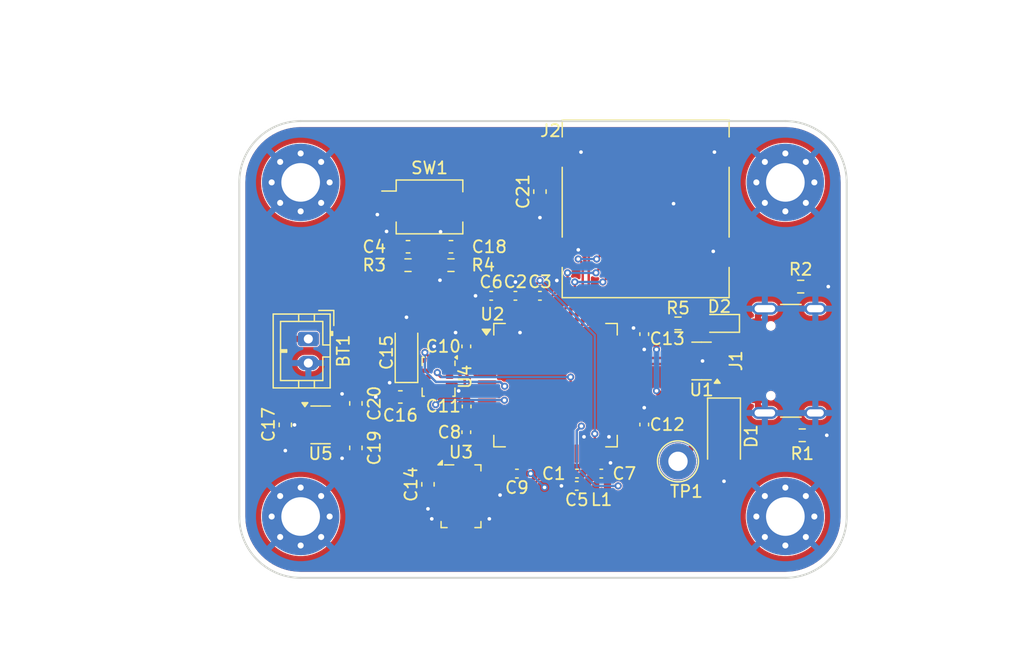
<source format=kicad_pcb>
(kicad_pcb (version 20241229) (generator "pcbnew") (generator_version "9.0")
  (layers (0 "F.Cu" signal) (2 "B.Cu" signal) (13 "F.Paste" user) (15 "B.Paste" user) (5 "F.SilkS" user "F.Silkscreen") (7 "B.SilkS" user "B.Silkscreen") (1 "F.Mask" user) (3 "B.Mask" user) (25 "Edge.Cuts" user))
  (net 0 "")
  (net 1 "/MCU/VDDSMPS")
  (net 2 "GNDD")
  (net 3 "+3.3V")
  (net 4 "/MCU/VDD11")
  (net 5 "/MCU/NRST")
  (net 6 "GNDA")
  (net 7 "/MCU/VDDA")
  (net 8 "/MCU/VBAT")
  (net 9 "/MCU/VDDUSB")
  (net 10 "Net-(BT1-+)")
  (net 11 "Net-(J1-D+-PadA6)")
  (net 13 "Net-(J1-CC1)")
  (net 14 "Net-(J1-D--PadA7)")
  (net 15 "Net-(J1-CC2)")
  (net 17 "/MCU/SD_DAT2")
  (net 18 "/MCU/SD_DAT3")
  (net 19 "/MCU/SD_CLK")
  (net 20 "/MCU/SD_DAT0")
  (net 21 "/MCU/SD_DAT1")
  (net 22 "/MCU/SD_CMD")
  (net 23 "Net-(U2-VLXSMPS)")
  (net 24 "/MCU/USB_DP")
  (net 25 "/MCU/USB_DN")
  (net 29 "Net-(U5-BP)")
  (net 31 "/MCU/BOOT0")
  (net 33 "/IMU Sensors/pres_mosi")
  (net 36 "/IMU Sensors/imu_int2")
  (net 53 "/IMU Sensors/imu_miso")
  (net 59 "/IMU Sensors/pres_miso")
  (net 60 "/IMU Sensors/imu_sclk")
  (net 61 "/IMU Sensors/pres_sclk")
  (net 63 "/IMU Sensors/imu_int1")
  (net 68 "/IMU Sensors/imu_mosi")
  (net 69 "Net-(D2-A)")
  (footprint "MountingHole:MountingHole_3.2mm_M3_Pad_Via" (layer "F.Cu") (at 160.528 84.836)
    (property "Reference" "H1" (hide yes))
    (property "Value" "MountingHole_Pad")
  )
  (footprint "Capacitor_SMD:C_0402_1005Metric" (layer "F.Cu") (at 134.112 77.851 -90)
    (property "Reference" "C8")
    (property "Value" "1uF")
  )
  (footprint "Resistor_SMD:R_0603_1608Metric_Pad0.98x0.95mm_HandSolder" (layer "F.Cu") (at 151.638 68.834)
    (property "Reference" "R5")
    (property "Value" "1k")
  )
  (footprint "Resistor_SMD:R_0603_1608Metric_Pad0.98x0.95mm_HandSolder" (layer "F.Cu") (at 129.286 64.008)
    (property "Reference" "R3")
    (property "Value" "10k")
  )
  (footprint "Capacitor_SMD:C_0603_1608Metric_Pad1.08x0.95mm_HandSolder" (layer "F.Cu") (at 124.968 75.4645 90)
    (property "Reference" "C20")
    (property "Value" "1uF")
  )
  (footprint "MountingHole:MountingHole_3.2mm_M3_Pad_Via" (layer "F.Cu") (at 120.396 57.15)
    (property "Reference" "H4" (hide yes))
    (property "Value" "MountingHole_Pad")
  )
  (footprint "Resistor_SMD:R_0603_1608Metric_Pad0.98x0.95mm_HandSolder" (layer "F.Cu") (at 161.925 78.105)
    (property "Reference" "R1")
    (property "Value" "5.1k")
  )
  (footprint "Capacitor_SMD:C_0402_1005Metric" (layer "F.Cu") (at 134.112 70.739 -90)
    (property "Reference" "C10")
    (property "Value" "100nF")
  )
  (footprint "Diode_SMD:D_SOD-128" (layer "F.Cu") (at 155.448 78.1812 -90)
    (property "Reference" "D1")
    (property "Value" "VS5V0UA1LAMTR")
  )
  (footprint "Capacitor_Tantalum_SMD:CP_EIA-3216-18_Kemet-A_Pad1.58x1.35mm_HandSolder" (layer "F.Cu") (at 129.159 71.247 90)
    (property "Reference" "C15")
    (property "Value" "10uF")
  )
  (footprint "Capacitor_SMD:C_0603_1608Metric_Pad1.08x0.95mm_HandSolder" (layer "F.Cu") (at 132.842 62.484 180)
    (property "Reference" "C18")
    (property "Value" "100nF")
  )
  (footprint "MountingHole:MountingHole_3.2mm_M3_Pad_Via" (layer "F.Cu") (at 120.396 84.836)
    (property "Reference" "H3" (hide yes))
    (property "Value" "MountingHole_Pad")
  )
  (footprint "Capacitor_SMD:C_0402_1005Metric" (layer "F.Cu") (at 143.281 81.277 180)
    (property "Reference" "C1")
    (property "Value" "10uF")
  )
  (footprint "Resistor_SMD:R_0603_1608Metric_Pad0.98x0.95mm_HandSolder" (layer "F.Cu") (at 132.842 64.008 180)
    (property "Reference" "R4")
    (property "Value" "10k")
  )
  (footprint "Capacitor_SMD:C_0603_1608Metric_Pad1.08x0.95mm_HandSolder" (layer "F.Cu") (at 130.937 82.169 -90)
    (property "Reference" "C14")
    (property "Value" "100nF")
  )
  (footprint "Package_LGA:LGA-14_3x2.5mm_P0.5mm_LayoutBorder3x4y" (layer "F.Cu") (at 131.814 73.2595 -90)
    (property "Reference" "U4")
    (property "Value" "LSM6DSL")
  )
  (footprint "Package_LGA:LGA-8_3x5mm_P1.25mm" (layer "F.Cu") (at 133.672 83.155)
    (property "Reference" "U3")
    (property "Value" "MS5607-02BA")
  )
  (footprint "MountingHole:MountingHole_3.2mm_M3_Pad_Via" (layer "F.Cu") (at 160.528 57.15)
    (property "Reference" "H2" (hide yes))
    (property "Value" "MountingHole_Pad")
  )
  (footprint "Capacitor_SMD:C_0603_1608Metric_Pad1.08x0.95mm_HandSolder" (layer "F.Cu") (at 140.208 57.912 -90)
    (property "Reference" "C21")
    (property "Value" "10u")
  )
  (footprint "TestPoint:TestPoint_Loop_D2.60mm_Drill1.6mm_Beaded" (layer "F.Cu") (at 151.638 80.264)
    (property "Reference" "TP1")
    (property "Value" "TestPoint")
  )
  (footprint "Capacitor_SMD:C_0402_1005Metric" (layer "F.Cu") (at 136.172 66.548 180)
    (property "Reference" "C6")
    (property "Value" "100nF")
  )
  (footprint "Capacitor_SMD:C_0402_1005Metric" (layer "F.Cu") (at 148.844 77.216 90)
    (property "Reference" "C12")
    (property "Value" "100nF")
  )
  (footprint "Connector_JST:JST_PH_B2B-PH-K_1x02_P2.00mm_Vertical" (layer "F.Cu") (at 121.031 70.12 -90)
    (property "Reference" "BT1")
    (property "Value" "Battery_Cell")
  )
  (footprint "Capacitor_SMD:C_0603_1608Metric_Pad1.08x0.95mm_HandSolder" (layer "F.Cu") (at 124.968 79.1475 -90)
    (property "Reference" "C19")
    (property "Value" "0.01uF")
  )
  (footprint "Connector_USB:USB_C_Receptacle_GCT_USB4105-xx-A_16P_TopMnt_Horizontal" (layer "F.Cu") (at 161.9356 71.9328 90)
    (property "Reference" "J1")
    (property "Value" "USB_C_Receptacle_USB2.0_16P")
  )
  (footprint "Resistor_SMD:R_0603_1608Metric_Pad0.98x0.95mm_HandSolder" (layer "F.Cu") (at 161.798 65.786)
    (property "Reference" "R2")
    (property "Value" "5.1k")
  )
  (footprint "Capacitor_SMD:C_0402_1005Metric" (layer "F.Cu") (at 134.137 75.717 90)
    (property "Reference" "C11")
    (property "Value" "100nF")
  )
  (footprint "Capacitor_SMD:C_0402_1005Metric" (layer "F.Cu") (at 143.256 82.296 180)
    (property "Reference" "C5")
    (property "Value" "100nF")
  )
  (footprint "Capacitor_SMD:C_0402_1005Metric" (layer "F.Cu") (at 140.208 66.548)
    (property "Reference" "C3")
    (property "Value" "2.2uF")
  )
  (footprint "Capacitor_SMD:C_0402_1005Metric" (layer "F.Cu") (at 138.303 81.28 180)
    (property "Reference" "C9")
    (property "Value" "100nF")
  )
  (footprint "Connector_Card:microSD_HC_Molex_47219-2001" (layer "F.Cu") (at 148.962 59.3405)
    (property "Reference" "J2")
    (property "Value" "Micro_SD_Card")
  )
  (footprint "Capacitor_SMD:C_0402_1005Metric" (layer "F.Cu") (at 145.288 81.28)
    (property "Reference" "C7")
    (property "Value" "2.2uF")
  )
  (footprint "LED_SMD:LED_0603_1608Metric_Pad1.05x0.95mm_HandSolder" (layer "F.Cu") (at 155.067 68.834 180)
    (property "Reference" "D2")
    (property "Value" "LED")
  )
  (footprint "Capacitor_SMD:C_0402_1005Metric" (layer "F.Cu") (at 138.176 66.548)
    (property "Reference" "C2")
    (property "Value" "10uF")
  )
  (footprint "Button_Switch_SMD:SW_DIP_SPSTx02_Slide_KingTek_DSHP02TJ_W5.25mm_P1.27mm_JPin" (layer "F.Cu") (at 131.064 59.182)
    (property "Reference" "SW1")
    (property "Value" "SW_DPST")
  )
  (footprint "Capacitor_SMD:C_0603_1608Metric_Pad1.08x0.95mm_HandSolder" (layer "F.Cu") (at 119.126 77.2425 -90)
    (property "Reference" "C17")
    (property "Value" "1uF")
  )
  (footprint "Capacitor_SMD:C_0603_1608Metric_Pad1.08x0.95mm_HandSolder" (layer "F.Cu") (at 128.651 74.93 180)
    (property "Reference" "C16")
    (property "Value" "100nF")
  )
  (footprint "Package_TO_SOT_SMD:SOT-23-5" (layer "F.Cu") (at 122.047 77.2425)
    (property "Reference" "U5")
    (property "Value" "TC2185-3.3VxCTTR")
  )
  (footprint "Capacitor_SMD:C_0603_1608Metric_Pad1.08x0.95mm_HandSolder" (layer "F.Cu") (at 129.286 62.484)
    (property "Reference" "C4")
    (property "Value" "100nF")
  )
  (footprint "Package_TO_SOT_SMD:SOT-23-6" (layer "F.Cu") (at 153.5883 71.948 180)
    (property "Reference" "U1")
    (property "Value" "USBLC6-2SC6")
  )
  (footprint "Inductor_SMD:L_0402_1005Metric" (layer "F.Cu") (at 145.311 82.296)
    (property "Reference" "L1")
    (property "Value" "2.2uH")
  )
  (footprint "Package_QFP:LQFP-64_10x10mm_P0.5mm" (layer "F.Cu") (at 141.499 73.951)
    (property "Reference" "U2")
    (property "Value" "STM32U545RETxQ")
  )
  (footprint "Capacitor_SMD:C_0402_1005Metric" (layer "F.Cu") (at 148.844 69.723 90)
    (property "Reference" "C13")
    (property "Value" "100nF")
  )
  (gr_line (start 160.528 52.069998) (end 120.396002 52.069998) (stroke (width 0.16)) (layer "Edge.Cuts"))
  (gr_arc (start 115.316 57.15) (mid 116.803898 53.557896) (end 120.396002 52.069998) (stroke (width 0.16)) (layer "Edge.Cuts"))
  (gr_line (start 115.316 57.15) (end 115.316 84.836) (stroke (width 0.16)) (layer "Edge.Cuts"))
  (gr_line (start 120.396002 89.916002) (end 160.528 89.916002) (stroke (width 0.16)) (layer "Edge.Cuts"))
  (gr_line (start 165.608002 84.836) (end 165.608002 57.15) (stroke (width 0.16)) (layer "Edge.Cuts"))
  (gr_arc (start 160.528 52.069998) (mid 164.120104 53.557896) (end 165.608002 57.15) (stroke (width 0.16)) (layer "Edge.Cuts"))
  (gr_arc (start 165.608002 84.836) (mid 164.120104 88.428104) (end 160.528 89.916002) (stroke (width 0.16)) (layer "Edge.Cuts"))
  (gr_arc (start 120.396002 89.916002) (mid 116.803898 88.428104) (end 115.316 84.836) (stroke (width 0.16)) (layer "Edge.Cuts"))
  (segment (start 143.761 79.638) (end 143.749 79.626) (width 0.2) (layer "F.Cu") (net 1))
  (segment (start 143.736 81.302) (end 143.761 81.277) (width 0.2) (layer "F.Cu") (net 1))
  (segment (start 143.749 79.626) (end 143.749 81.265) (width 0.2) (layer "F.Cu") (net 1))
  (segment (start 143.736 82.296) (end 143.736 81.302) (width 0.2) (layer "F.Cu") (net 1))
  (segment (start 143.749 81.265) (end 143.761 81.277) (width 0.2) (layer "F.Cu") (net 1))
  (segment (start 158.2556 75.6778) (end 158.8306 76.2528) (width 0.508) (layer "F.Cu") (net 2))
  (segment (start 136.906 83.058) (end 137.823 82.141) (width 0.2) (layer "F.Cu") (net 2))
  (segment (start 145.923 78.232) (end 145.542 78.232) (width 0.2) (layer "F.Cu") (net 2))
  (segment (start 128.439 59.817) (end 126.746 59.817) (width 0.2) (layer "F.Cu") (net 2))
  (segment (start 131.4715 83.0315) (end 131.973 82.53) (width 0.2) (layer "F.Cu") (net 2))
  (segment (start 158.2556 75.1328) (end 158.2556 75.6778) (width 0.508) (layer "F.Cu") (net 2))
  (segment (start 141.605 65.278) (end 141.605 66.167) (width 0.2) (layer "F.Cu") (net 2))
  (segment (start 141.605 66.167) (end 141.224 66.548) (width 0.2) (layer "F.Cu") (net 2))
  (segment (start 162.7105 65.786) (end 164.084 65.786) (width 0.2) (layer "F.Cu") (net 2))
  (segment (start 153.67 71.948) (end 153.609 71.948) (width 0.2) (layer "F.Cu") (net 2))
  (segment (start 127.762 73.74918) (end 127.77232 73.7595) (width 0.2) (layer "F.Cu") (net 2))
  (segment (start 141.224 66.548) (end 140.688 66.548) (width 0.2) (layer "F.Cu") (net 2))
  (segment (start 120.9095 77.2425) (end 119.888 77.2425) (width 0.2) (layer "F.Cu") (net 2))
  (segment (start 138.249 68.276) (end 138.249 69.288) (width 0.2) (layer "F.Cu") (net 2))
  (segment (start 145.768 81.28) (end 145.768 80.673) (width 0.2) (layer "F.Cu") (net 2))
  (segment (start 158.2556 68.1878) (end 158.8306 67.6128) (width 0.508) (layer "F.Cu") (net 2))
  (segment (start 134.747 85.03) (end 132.597 85.03) (width 0.2) (layer "F.Cu") (net 2))
  (segment (start 138.656 65.885) (end 138.176 65.405) (width 0.2) (layer "F.Cu") (net 2))
  (segment (start 142.801 82.271) (end 142.776 82.296) (width 0.2) (layer "F.Cu") (net 2))
  (segment (start 133.477 74.422) (end 133.477 74.041) (width 0.2) (layer "F.Cu") (net 2))
  (segment (start 148.816 69.215) (end 148.844 69.243) (width 0.2) (layer "F.Cu") (net 2))
  (segment (start 155.942 68.834) (end 158.1544 68.834) (width 0.2) (layer "F.Cu") (net 2))
  (segment (start 148.844 76.736) (end 148.844 75.819) (width 0.2) (layer "F.Cu") (net 2))
  (segment (start 131.9795 62.484) (end 131.9795 63.958) (width 0.2) (layer "F.Cu") (net 2))
  (segment (start 124.894 74.676) (end 124.968 74.602) (width 0.2) (layer "F.Cu") (net 2))
  (segment (start 123.825 80.01) (end 124.968 80.01) (width 0.2) (layer "F.Cu") (net 2))
  (segment (start 128.016 61.214) (end 128.4235 61.6215) (width 0.2) (layer "F.Cu") (net 2))
  (segment (start 147.174 70.701) (end 148.044 70.701) (width 0.2) (layer "F.Cu") (net 2))
  (segment (start 134.112 71.219) (end 133.5081 71.219) (width 0.2) (layer "F.Cu") (net 2))
  (segment (start 142.776 82.296) (end 141.986 82.296) (width 0.2) (layer "F.Cu") (net 2))
  (segment (start 162.8375 78.105) (end 163.957 78.105) (width 0.2) (layer "F.Cu") (net 2))
  (segment (start 119.126 78.105) (end 119.126 79.375) (width 0.2) (layer "F.Cu") (net 2))
  (segment (start 127.7885 74.93) (end 126.619 74.93) (width 0.2) (layer "F.Cu") (net 2))
  (segment (start 145.249 78.525) (end 145.249 79.626) (width 0.2) (layer "F.Cu") (net 2))
  (segment (start 145.768 80.673) (end 146.05 80.391) (width 0.2) (layer "F.Cu") (net 2))
  (segment (start 132.597 85.03) (end 131.251 85.03) (width 0.2) (layer "F.Cu") (net 2))
  (segment (start 140.208 58.7745) (end 140.208 60.071) (width 0.2) (layer "F.Cu") (net 2))
  (segment (start 137.823 80.871) (end 137.823 81.28) (width 0.2) (layer "F.Cu") (net 2))
  (segment (start 130.9015 73.2595) (end 130.9015 73.7595) (width 0.2) (layer "F.Cu") (net 2))
  (segment (start 148.044 70.701) (end 148.336 70.993) (width 0.2) (layer "F.Cu") (net 2))
  (segment (start 129.159 69.8095) (end 129.159 68.326) (width 0.2) (layer "F.Cu") (net 2))
  (segment (start 133.223 70.9339) (end 133.223 69.596) (width 0.2) (layer "F.Cu") (net 2))
  (segment (start 138.656 66.548) (end 138.656 65.885) (width 0.2) (layer "F.Cu") (net 2))
  (segment (start 131.973 82.53) (end 132.597 82.53) (width 0.2) (layer "F.Cu") (net 2))
  (segment (start 155.448 80.3812) (end 155.448 81.915) (width 0.2) (layer "F.Cu") (net 2))
  (segment (start 148.336 70.993) (end 148.844 70.993) (width 0.2) (layer "F.Cu") (net 2))
  (segment (start 145.542 78.232) (end 145.249 78.525) (width 0.2) (layer "F.Cu") (net 2))
  (segment (start 131.445 71.39) (end 131.564 71.509) (width 0.2) (layer "F.Cu") (net 2))
  (segment (start 135.692 66.548) (end 134.874 66.548) (width 0.2) (layer "F.Cu") (net 2))
  (segment (start 133.1955 73.7595) (end 132.7265 73.7595) (width 0.2) (layer "F.Cu") (net 2))
  (segment (start 132.064 72.097) (end 131.564 72.097) (width 0.2) (layer "F.Cu") (net 2))
  (segment (start 142.801 81.277) (end 142.801 82.271) (width 0.2) (layer "F.Cu") (net 2))
  (segment (start 131.445 70.739) (end 131.445 71.39) (width 0.2) (layer "F.Cu") (net 2))
  (segment (start 138.249 69.288) (end 138.557 69.596) (width 0.2) (layer "F.Cu") (net 2))
  (segment (start 131.9795 62.484) (end 131.9795 61.2405) (width 0.2) (layer "F.Cu") (net 2))
  (segment (start 123.825 74.676) (end 124.894 74.676) (width 0.2) (layer "F.Cu") (net 2))
  (segment (start 131.9795 61.2405) (end 131.953 61.214) (width 0.2) (layer "F.Cu") (net 2))
  (segment (start 131.9795 63.958) (end 131.9295 64.008) (width 0.2) (layer "F.Cu") (net 2))
  (segment (start 158.1544 68.834) (end 158.2556 68.7328) (width 0.2) (layer "F.Cu") (net 2))
  (segment (start 131.564 71.509) (end 131.564 72.097) (width 0.2) (layer "F.Cu") (net 2))
  (segment (start 134.747 85.03) (end 136.017 85.03) (width 0.2) (layer "F.Cu") (net 2))
  (segment (start 130.937 83.0315) (end 131.4715 83.0315) (width 0.2) (layer "F.Cu") (net 2))
  (segment (start 143.383 62.738) (end 142.2895 62.738) (width 0.2) (layer "F.Cu") (net 2))
  (segment (start 127.77232 73.7595) (end 130.9015 73.7595) (width 0.2) (layer "F.Cu") (net 2))
  (segment (start 138.249 79.626) (end 138.249 80.445) (width 0.2) (layer "F.Cu") (net 2))
  (segment (start 133.477 74.041) (end 133.1955 73.7595) (width 0.2) (layer "F.Cu") (net 2))
  (segment (start 127.508 61.214) (end 128.016 61.214) (width 0.2) (layer "F.Cu") (net 2))
  (segment (start 128.4235 61.6215) (end 128.4235 62.484) (width 0.2) (layer "F.Cu") (net 2))
  (segment (start 143.856 78.232) (end 143.868 78.232) (width 0.2) (layer "F.Cu") (net 2))
  (segment (start 154.7258 71.948) (end 153.67 71.948) (width 0.2) (layer "F.Cu") (net 2))
  (segment (start 138.249 80.445) (end 137.823 80.871) (width 0.2) (layer "F.Cu") (net 2))
  (segment (start 143.868 78.232) (end 144.249 78.613) (width 0.2) (layer "F.Cu") (net 2))
  (segment (start 155.7615 62.865) (end 155.837 62.9405) (width 0.2) (layer "F.Cu") (net 2))
  (segment (start 132.597 85.03) (end 132.597 82.53) (width 0.2) (layer "F.Cu") (net 2))
  (segment (start 144.249 79.626) (end 144.249 78.613) (width 0.2) (layer "F.Cu") (net 2))
  (segment (start 151.271 57.331) (end 151.271 58.914) (width 0.2) (layer "F.Cu") (net 2))
  (segment (start 154.559 62.865) (end 155.7615 62.865) (width 0.2) (layer "F.Cu") (net 2))
  (segment (start 155.837 54.6405) (end 154.6555 54.6405) (width 0.2) (layer "F.Cu") (net 2))
  (segment (start 142.2895 62.738) (end 142.087 62.9405) (width 0.2) (layer "F.Cu") (net 2))
  (segment (start 158.2556 68.7328) (end 158.2556 68.1878) (width 0.508) (layer "F.Cu") (net 2))
  (segment (start 133.5081 71.219) (end 133.25255 70.96345) (width 0.2) (layer "F.Cu") (net 2))
  (segment (start 147.955 69.215) (end 148.816 69.215) (width 0.2) (layer "F.Cu") (net 2))
  (segment (start 137.823 82.141) (end 137.823 81.28) (width 0.2) (layer "F.Cu") (net 2))
  (segment (start 119.888 77.2425) (end 119.7875 77.2425) (width 0.2) (layer "F.Cu") (net 2))
  (segment (start 142.087 54.6405) (end 143.6065 54.6405) (width 0.2) (layer "F.Cu") (net 2))
  (segment (start 131.9295 64.008) (end 131.9295 65.2545) (width 0.2) (layer "F.Cu") (net 2))
  (segment (start 130.937 83.0315) (end 130.937 84.201) (width 0.2) (layer "F.Cu") (net 2))
  (segment (start 133.25255 70.96345) (end 133.223 70.9339) (width 0.2) (layer "F.Cu") (net 2))
  (via (at 134.874 66.548) (size 0.6) (drill 0.3) (layers "F.Cu" "B.Cu") (net 2))
  (via (at 148.844 75.819) (size 0.6) (drill 0.3) (layers "F.Cu" "B.Cu") (net 2))
  (via (at 138.176 65.405) (size 0.6) (drill 0.3) (layers "F.Cu" "B.Cu") (net 2))
  (via (at 151.271 58.914) (size 0.6) (drill 0.3) (layers "F.Cu" "B.Cu") (net 2))
  (via (at 123.825 74.676) (size 0.6) (drill 0.3) (layers "F.Cu" "B.Cu") (net 2))
  (via (at 143.6065 54.6405) (size 0.6) (drill 0.3) (layers "F.Cu" "B.Cu") (net 2))
  (via (at 163.957 78.105) (size 0.6) (drill 0.3) (layers "F.Cu" "B.Cu") (net 2))
  (via (at 141.605 65.278) (size 0.6) (drill 0.3) (layers "F.Cu" "B.Cu") (net 2))
  (via (at 136.017 85.03) (size 0.6) (drill 0.3) (layers "F.Cu" "B.Cu") (net 2))
  (via (at 143.383 62.738) (size 0.6) (drill 0.3) (layers "F.Cu" "B.Cu") (net 2))
  (via (at 131.251 85.03) (size 0.6) (drill 0.3) (layers "F.Cu" "B.Cu") (net 2))
  (via (at 138.557 69.596) (size 0.6) (drill 0.3) (layers "F.Cu" "B.Cu") (net 2))
  (via (at 153.67 71.948) (size 0.6) (drill 0.3) (layers "F.Cu" "B.Cu") (net 2))
  (via (at 119.888 77.2425) (size 0.6) (drill 0.3) (layers "F.Cu" "B.Cu") (net 2))
  (via (at 164.084 65.786) (size 0.6) (drill 0.3) (layers "F.Cu" "B.Cu") (net 2))
  (via (at 126.619 74.93) (size 0.6) (drill 0.3) (layers "F.Cu" "B.Cu") (net 2))
  (via (at 146.05 80.391) (size 0.6) (drill 0.3) (layers "F.Cu" "B.Cu") (net 2))
  (via (at 154.559 62.865) (size 0.6) (drill 0.3) (layers "F.Cu" "B.Cu") (net 2))
  (via (at 130.937 84.201) (size 0.6) (drill 0.3) (layers "F.Cu" "B.Cu") (net 2))
  (via (at 148.844 70.993) (size 0.6) (drill 0.3) (layers "F.Cu" "B.Cu") (net 2))
  (via (at 131.9295 65.2545) (size 0.6) (drill 0.3) (layers "F.Cu" "B.Cu") (net 2))
  (via (at 123.825 80.01) (size 0.6) (drill 0.3) (layers "F.Cu" "B.Cu") (net 2))
  (via (at 140.208 60.071) (size 0.6) (drill 0.3) (layers "F.Cu" "B.Cu") (net 2))
  (via (at 136.906 83.058) (size 0.6) (drill 0.3) (layers "F.Cu" "B.Cu") (net 2))
  (via (at 126.746 59.817) (size 0.6) (drill 0.3) (layers "F.Cu" "B.Cu") (net 2))
  (via (at 147.955 69.215) (size 0.6) (drill 0.3) (layers "F.Cu" "B.Cu") (net 2))
  (via (at 131.445 70.739) (size 0.6) (drill 0.3) (layers "F.Cu" "B.Cu") (net 2))
  (via (at 133.223 69.596) (size 0.6) (drill 0.3) (layers "F.Cu" "B.Cu") (net 2))
  (via (at 133.477 74.422) (size 0.6) (drill 0.3) (layers "F.Cu" "B.Cu") (net 2))
  (via (at 155.448 81.915) (size 0.6) (drill 0.3) (layers "F.Cu" "B.Cu") (net 2))
  (via (at 141.986 82.296) (size 0.6) (drill 0.3) (layers "F.Cu" "B.Cu") (net 2))
  (via (at 154.6555 54.6405) (size 0.6) (drill 0.3) (layers "F.Cu" "B.Cu") (net 2))
  (via (at 145.923 78.232) (size 0.6) (drill 0.3) (layers "F.Cu" "B.Cu") (net 2))
  (via (at 129.159 68.326) (size 0.6) (drill 0.3) (layers "F.Cu" "B.Cu") (net 2))
  (via (at 127.762 73.74918) (size 0.6) (drill 0.3) (layers "F.Cu" "B.Cu") (net 2))
  (via (at 127.508 61.214) (size 0.6) (drill 0.3) (layers "F.Cu" "B.Cu") (net 2))
  (via (at 131.9795 61.2405) (size 0.6) (drill 0.3) (layers "F.Cu" "B.Cu") (net 2))
  (via (at 143.856 78.232) (size 0.6) (drill 0.3) (layers "F.Cu" "B.Cu") (net 2))
  (via (at 119.126 79.375) (size 0.6) (drill 0.3) (layers "F.Cu" "B.Cu") (net 2))
  (segment (start 137.749 68.276) (end 137.749 66.601) (width 0.2) (layer "F.Cu") (net 3))
  (segment (start 144.145 55.753) (end 148.443 55.753) (width 0.2) (layer "F.Cu") (net 3))
  (segment (start 137.749 66.601) (end 137.696 66.548) (width 0.2) (layer "F.Cu") (net 3))
  (segment (start 130.9015 72.7595) (end 129.188 72.7595) (width 0.2) (layer "F.Cu") (net 3))
  (segment (start 142.8545 57.0435) (end 144.145 55.753) (width 0.2) (layer "F.Cu") (net 3))
  (segment (start 148.443 55.753) (end 149.071 56.381) (width 0.2) (layer "F.Cu") (net 3))
  (segment (start 124.9335 76.2925) (end 124.968 76.327) (width 0.2) (layer "F.Cu") (net 3))
  (segment (start 140.196 57.0435) (end 142.8545 57.0435) (width 0.2) (layer "F.Cu") (net 3))
  (segment (start 130.81 74.422) (end 131.064 74.422) (width 0.2) (layer "F.Cu") (net 3))
  (segment (start 138.783 81.28) (end 139.446 81.28) (width 0.2) (layer "F.Cu") (net 3))
  (segment (start 129.188 72.7595) (end 129.159 72.7305) (width 0.2) (layer "F.Cu") (net 3))
  (segment (start 130.302 74.93) (end 130.81 74.422) (width 0.2) (layer "F.Cu") (net 3))
  (segment (start 149.071 56.381) (end 149.071 57.331) (width 0.2) (layer "F.Cu") (net 3))
  (segment (start 129.5135 74.93) (end 130.302 74.93) (width 0.2) (layer "F.Cu") (net 3))
  (segment (start 123.1845 76.2925) (end 124.9335 76.2925) (width 0.508) (layer "F.Cu") (net 3))
  (via (at 140.589 82.423) (size 0.6) (drill 0.3) (layers "F.Cu" "B.Cu") (net 3))
  (via (at 139.446 81.28) (size 0.6) (drill 0.3) (layers "F.Cu" "B.Cu") (net 3))
  (segment (start 139.446 81.28) (end 140.589 82.423) (width 0.2) (layer "B.Cu") (net 3))
  (segment (start 139.728 67.028) (end 139.728 66.548) (width 0.2) (layer "F.Cu") (net 4))
  (segment (start 144.749 79.626) (end 144.749 81.221) (width 0.2) (layer "F.Cu") (net 4))
  (segment (start 139.728 65.758) (end 139.728 66.548) (width 0.2) (layer "F.Cu") (net 4))
  (segment (start 144.749 79.626) (end 144.749 78.589437) (width 0.2) (layer "F.Cu") (net 4))
  (segment (start 144.749 81.221) (end 144.808 81.28) (width 0.2) (layer "F.Cu") (net 4))
  (segment (start 139.573 67.183) (end 139.728 67.028) (width 0.2) (layer "F.Cu") (net 4))
  (segment (start 144.826 82.296) (end 144.826 81.298) (width 0.2) (layer "F.Cu") (net 4))
  (segment (start 138.749 68.276) (end 138.749 67.372) (width 0.2) (layer "F.Cu") (net 4))
  (segment (start 140.208 65.278) (end 139.728 65.758) (width 0.2) (layer "F.Cu") (net 4))
  (segment (start 144.749 78.589437) (end 144.749 77.978) (width 0.2) (layer "F.Cu") (net 4))
  (segment (start 144.808 81.28) (end 144.808 81.308) (width 0.2) (layer "F.Cu") (net 4))
  (segment (start 138.938 67.183) (end 139.573 67.183) (width 0.2) (layer "F.Cu") (net 4))
  (segment (start 138.749 67.372) (end 138.938 67.183) (width 0.2) (layer "F.Cu") (net 4))
  (segment (start 144.826 81.298) (end 144.808 81.28) (width 0.2) (layer "F.Cu") (net 4))
  (via (at 140.208 65.278) (size 0.6) (drill 0.3) (layers "F.Cu" "B.Cu") (net 4))
  (via (at 144.749 77.978) (size 0.6) (drill 0.3) (layers "F.Cu" "B.Cu") (net 4))
  (segment (start 140.208 65.278) (end 144.749 69.819) (width 0.2) (layer "B.Cu") (net 4))
  (segment (start 144.749 69.819) (end 144.749 77.978) (width 0.2) (layer "B.Cu") (net 4))
  (segment (start 135.824 73.201) (end 134.923 73.201) (width 0.2) (layer "F.Cu") (net 5))
  (segment (start 129.921 58.547) (end 128.439 58.547) (width 0.2) (layer "F.Cu") (net 5))
  (segment (start 130.1985 68.4765) (end 130.1985 64.008) (width 0.2) (layer "F.Cu") (net 5))
  (segment (start 130.1985 58.8245) (end 129.921 58.547) (width 0.2) (layer "F.Cu") (net 5))
  (segment (start 134.923 73.201) (end 130.1985 68.4765) (width 0.2) (layer "F.Cu") (net 5))
  (segment (start 130.1985 64.008) (end 130.1985 58.8245) (width 0.2) (layer "F.Cu") (net 5))
  (segment (start 133.35 77.978) (end 133.35 75.565) (width 0.2) (layer "F.Cu") (net 6))
  (segment (start 133.35 75.565) (end 133.678 75.237) (width 0.2) (layer "F.Cu") (net 6))
  (segment (start 134.112 78.331) (end 133.703 78.331) (width 0.2) (layer "F.Cu") (net 6))
  (segment (start 133.703 78.331) (end 133.35 77.978) (width 0.2) (layer "F.Cu") (net 6))
  (segment (start 135.01 75.701) (end 134.546 75.237) (width 0.2) (layer "F.Cu") (net 6))
  (segment (start 134.546 75.237) (end 134.137 75.237) (width 0.2) (layer "F.Cu") (net 6))
  (segment (start 135.824 75.701) (end 135.01 75.701) (width 0.2) (layer "F.Cu") (net 6))
  (segment (start 133.678 75.237) (end 134.137 75.237) (width 0.2) (layer "F.Cu") (net 6))
  (segment (start 134.112 77.371) (end 134.112 76.222) (width 0.2) (layer "F.Cu") (net 7))
  (segment (start 135.824 76.201) (end 134.141 76.201) (width 0.2) (layer "F.Cu") (net 7))
  (segment (start 134.141 76.201) (end 134.137 76.197) (width 0.2) (layer "F.Cu") (net 7))
  (segment (start 134.112 76.222) (end 134.137 76.197) (width 0.2) (layer "F.Cu") (net 7))
  (segment (start 135.824 70.201) (end 134.17 70.201) (width 0.2) (layer "F.Cu") (net 8))
  (segment (start 134.17 70.201) (end 134.112 70.259) (width 0.2) (layer "F.Cu") (net 8))
  (segment (start 151.4192 75.9812) (end 149.86 74.422) (width 0.508) (layer "F.Cu") (net 9))
  (segment (start 155.448 75.9812) (end 155.448 74.676) (width 0.508) (layer "F.Cu") (net 9))
  (segment (start 150.904 69.85) (end 156.972 69.85) (width 0.508) (layer "F.Cu") (net 9))
  (segment (start 155.448 75.9812) (end 151.4192 75.9812) (width 0.508) (layer "F.Cu") (net 9))
  (segment (start 157.2892 69.5328) (end 158.2556 69.5328) (width 0.508) (layer "F.Cu") (net 9))
  (segment (start 149.86 70.485) (end 149.86 70.993) (width 0.508) (layer "F.Cu") (net 9))
  (segment (start 149.479 70.203) (end 150.495 70.203) (width 0.508) (layer "F.Cu") (net 9))
  (segment (start 148.844 70.203) (end 149.479 70.203) (width 0.508) (layer "F.Cu") (net 9))
  (segment (start 154.178 77.724) (end 151.638 80.264) (width 0.508) (layer "F.Cu") (net 9))
  (segment (start 155.067 77.724) (end 154.178 77.724) (width 0.508) (layer "F.Cu") (net 9))
  (segment (start 155.7912 74.3328) (end 158.2556 74.3328) (width 0.508) (layer "F.Cu") (net 9))
  (segment (start 149.479 70.203) (end 149.578 70.203) (width 0.508) (layer "F.Cu") (net 9))
  (segment (start 155.448 77.343) (end 155.067 77.724) (width 0.508) (layer "F.Cu") (net 9))
  (segment (start 156.972 69.85) (end 157.2892 69.5328) (width 0.508) (layer "F.Cu") (net 9))
  (segment (start 148.842 70.201) (end 148.844 70.203) (width 0.2) (layer "F.Cu") (net 9))
  (segment (start 150.7255 69.9535) (end 150.7255 68.834) (width 0.508) (layer "F.Cu") (net 9))
  (segment (start 147.174 70.201) (end 148.842 70.201) (width 0.2) (layer "F.Cu") (net 9))
  (segment (start 150.495 70.203) (end 150.876 69.822) (width 0.508) (layer "F.Cu") (net 9))
  (segment (start 155.448 75.9812) (end 155.448 77.343) (width 0.508) (layer "F.Cu") (net 9))
  (segment (start 150.495 70.203) (end 150.495 70.184) (width 0.508) (layer "F.Cu") (net 9))
  (segment (start 155.448 74.676) (end 155.7912 74.3328) (width 0.508) (layer "F.Cu") (net 9))
  (via (at 149.86 70.993) (size 0.6) (drill 0.3) (layers "F.Cu" "B.Cu") (net 9))
  (via (at 149.86 74.422) (size 0.6) (drill 0.3) (layers "F.Cu" "B.Cu") (net 9))
  (segment (start 149.86 74.422) (end 149.86 70.993) (width 0.508) (layer "B.Cu") (net 9))
  (segment (start 121.7535 78.1925) (end 120.9095 78.1925) (width 0.508) (layer "F.Cu") (net 10))
  (segment (start 121.7585 76.2925) (end 122.047 76.581) (width 0.508) (layer "F.Cu") (net 10))
  (segment (start 119.618 70.12) (end 119.126 70.612) (width 0.508) (layer "F.Cu") (net 10))
  (segment (start 121.031 70.12) (end 119.618 70.12) (width 0.508) (layer "F.Cu") (net 10))
  (segment (start 120.9095 76.2925) (end 119.888 76.2925) (width 0.508) (layer "F.Cu") (net 10))
  (segment (start 119.888 76.2925) (end 119.2135 76.2925) (width 0.508) (layer "F.Cu") (net 10))
  (segment (start 119.126 76.38) (end 119.126 70.612) (width 0.508) (layer "F.Cu") (net 10))
  (segment (start 120.9095 76.2925) (end 121.7585 76.2925) (width 0.508) (layer "F.Cu") (net 10))
  (segment (start 122.047 77.899) (end 121.7535 78.1925) (width 0.508) (layer "F.Cu") (net 10))
  (segment (start 119.2135 76.2925) (end 119.126 76.38) (width 0.2) (layer "F.Cu") (net 10))
  (segment (start 122.047 76.581) (end 122.047 77.899) (width 0.508) (layer "F.Cu") (net 10))
  (segment (start 158.9652 71.1828) (end 158.2556 71.1828) (width 0.2) (layer "F.Cu") (net 11))
  (segment (start 156.6284 71.1828) (end 156.4436 70.998) (width 0.2) (layer "F.Cu") (net 11))
  (segment (start 158.2556 72.1828) (end 158.9572 72.1828) (width 0.2) (layer "F.Cu") (net 11))
  (segment (start 158.9572 72.1828) (end 159.2072 71.9328) (width 0.2) (layer "F.Cu") (net 11))
  (segment (start 156.4436 70.998) (end 154.7258 70.998) (width 0.2) (layer "F.Cu") (net 11))
  (segment (start 159.2072 71.4248) (end 158.9652 71.1828) (width 0.2) (layer "F.Cu") (net 11))
  (segment (start 159.2072 71.9328) (end 159.2072 71.4248) (width 0.2) (layer "F.Cu") (net 11))
  (segment (start 158.2556 71.1828) (end 156.6284 71.1828) (width 0.2) (layer "F.Cu") (net 11))
  (segment (start 161.0125 74.2715) (end 159.9238 73.1828) (width 0.2) (layer "F.Cu") (net 13))
  (segment (start 161.0125 78.105) (end 161.0125 74.2715) (width 0.2) (layer "F.Cu") (net 13))
  (segment (start 159.9238 73.1828) (end 158.2556 73.1828) (width 0.2) (layer "F.Cu") (net 13))
  (segment (start 154.7258 72.898) (end 156.3624 72.898) (width 0.2) (layer "F.Cu") (net 14))
  (segment (start 156.3624 72.898) (end 156.5776 72.6828) (width 0.2) (layer "F.Cu") (net 14))
  (segment (start 156.5776 72.6828) (end 157.5776 71.6828) (width 0.2) (layer "F.Cu") (net 14))
  (segment (start 157.5776 71.6828) (end 158.2556 71.6828) (width 0.2) (layer "F.Cu") (net 14))
  (segment (start 156.5776 72.6828) (end 158.2556 72.6828) (width 0.2) (layer "F.Cu") (net 14))
  (segment (start 159.9412 70.1828) (end 158.2556 70.1828) (width 0.2) (layer "F.Cu") (net 15))
  (segment (start 160.8855 65.786) (end 160.8855 69.2385) (width 0.2) (layer "F.Cu") (net 15))
  (segment (start 160.8855 69.2385) (end 159.9412 70.1828) (width 0.2) (layer "F.Cu") (net 15))
  (segment (start 144.249 63.269) (end 144.249 68.276) (width 0.2) (layer "F.Cu") (net 17))
  (segment (start 145.771 57.331) (end 145.771 61.747) (width 0.2) (layer "F.Cu") (net 17))
  (segment (start 145.771 61.747) (end 144.249 63.269) (width 0.2) (layer "F.Cu") (net 17))
  (segment (start 143.749 68.276) (end 143.749 63.866) (width 0.2) (layer "F.Cu") (net 18))
  (segment (start 146.871 57.331) (end 146.871 61.536) (width 0.2) (layer "F.Cu") (net 18))
  (segment (start 146.871 61.536) (end 144.907 63.5) (width 0.2) (layer "F.Cu") (net 18))
  (segment (start 143.749 63.866) (end 143.383 63.5) (width 0.2) (layer "F.Cu") (net 18))
  (via (at 144.907 63.5) (size 0.6) (drill 0.3) (layers "F.Cu" "B.Cu") (net 18))
  (via (at 143.383 63.5) (size 0.6) (drill 0.3) (layers "F.Cu" "B.Cu") (net 18))
  (segment (start 143.383 63.5) (end 144.907 63.5) (width 0.2) (layer "B.Cu") (net 18))
  (segment (start 145.415 65.405) (end 150.171 60.649) (width 0.2) (layer "F.Cu") (net 19))
  (segment (start 143.094 65.878) (end 143.249 66.033) (width 0.2) (layer "F.Cu") (net 19))
  (segment (start 143.094 65.405) (end 143.094 65.878) (width 0.2) (layer "F.Cu") (net 19))
  (segment (start 150.171 60.649) (end 150.171 57.331) (width 0.2) (layer "F.Cu") (net 19))
  (segment (start 143.249 66.033) (end 143.249 68.276) (width 0.2) (layer "F.Cu") (net 19))
  (via (at 145.415 65.405) (size 0.6) (drill 0.3) (layers "F.Cu" "B.Cu") (net 19))
  (via (at 143.094 65.405) (size 0.6) (drill 0.3) (layers "F.Cu" "B.Cu") (net 19))
  (segment (start 145.415 65.405) (end 143.094 65.405) (width 0.2) (layer "B.Cu") (net 19))
  (segment (start 152.371 63.128076) (end 152.371 57.331) (width 0.2) (layer "F.Cu") (net 20))
  (segment (start 146.0159 74.701) (end 145.395 74.0801) (width 0.2) (layer "F.Cu") (net 20))
  (segment (start 147.174 74.701) (end 146.0159 74.701) (width 0.2) (layer "F.Cu") (net 20))
  (segment (start 145.395 74.0801) (end 145.395 70.104076) (width 0.2) (layer "F.Cu") (net 20))
  (segment (start 145.395 70.104076) (end 152.371 63.128076) (width 0.2) (layer "F.Cu") (net 20))
  (segment (start 145.796 73.914) (end 145.796 70.270176) (width 0.2) (layer "F.Cu") (net 21))
  (segment (start 153.471 62.595176) (end 153.471 57.331) (width 0.2) (layer "F.Cu") (net 21))
  (segment (start 146.083 74.201) (end 145.796 73.914) (width 0.2) (layer "F.Cu") (net 21))
  (segment (start 147.174 74.201) (end 146.083 74.201) (width 0.2) (layer "F.Cu") (net 21))
  (segment (start 145.796 70.270176) (end 153.471 62.595176) (width 0.2) (layer "F.Cu") (net 21))
  (segment (start 142.494 66.294) (end 142.749 66.549) (width 0.2) (layer "F.Cu") (net 22))
  (segment (start 142.749 66.549) (end 142.749 68.276) (width 0.2) (layer "F.Cu") (net 22))
  (segment (start 144.849 64.643) (end 144.849 64.574) (width 0.2) (layer "F.Cu") (net 22))
  (segment (start 144.849 64.574) (end 147.971 61.452) (width 0.2) (layer "F.Cu") (net 22))
  (segment (start 142.494 64.643) (end 142.494 66.294) (width 0.2) (layer "F.Cu") (net 22))
  (segment (start 147.971 61.452) (end 147.971 57.331) (width 0.2) (layer "F.Cu") (net 22))
  (via (at 142.494 64.643) (size 0.6) (drill 0.3) (layers "F.Cu" "B.Cu") (net 22))
  (via (at 144.849 64.643) (size 0.6) (drill 0.3) (layers "F.Cu" "B.Cu") (net 22))
  (segment (start 142.494 64.643) (end 144.849 64.643) (width 0.2) (layer "B.Cu") (net 22))
  (segment (start 143.637 77.343) (end 143.249 77.731) (width 0.2) (layer "F.Cu") (net 23))
  (segment (start 143.249 77.731) (end 143.249 79.626) (width 0.2) (layer "F.Cu") (net 23))
  (segment (start 145.796 82.296) (end 146.685 82.296) (width 0.2) (layer "F.Cu") (net 23))
  (via (at 146.685 82.296) (size 0.6) (drill 0.3) (layers "F.Cu" "B.Cu") (net 23))
  (via (at 143.637 77.343) (size 0.6) (drill 0.3) (layers "F.Cu" "B.Cu") (net 23))
  (segment (start 143.256 77.724) (end 143.256 80.772) (width 0.2) (layer "B.Cu") (net 23))
  (segment (start 143.256 80.772) (end 144.78 82.296) (width 0.2) (layer "B.Cu") (net 23))
  (segment (start 144.78 82.296) (end 146.685 82.296) (width 0.2) (layer "B.Cu") (net 23))
  (segment (start 143.637 77.343) (end 143.256 77.724) (width 0.2) (layer "B.Cu") (net 23))
  (segment (start 151.4488 70.998) (end 152.4508 70.998) (width 0.2) (layer "F.Cu") (net 24))
  (segment (start 150.7458 71.701) (end 147.174 71.701) (width 0.2) (layer "F.Cu") (net 24))
  (segment (start 150.7458 71.701) (end 151.4488 70.998) (width 0.2) (layer "F.Cu") (net 24))
  (segment (start 150.7378 72.201) (end 147.174 72.201) (width 0.2) (layer "F.Cu") (net 25))
  (segment (start 152.4508 72.898) (end 151.4348 72.898) (width 0.2) (layer "F.Cu") (net 25))
  (segment (start 151.4348 72.898) (end 150.7378 72.201) (width 0.2) (layer "F.Cu") (net 25))
  (segment (start 124.8755 78.1925) (end 124.968 78.285) (width 0.2) (layer "F.Cu") (net 29))
  (segment (start 123.1845 78.1925) (end 124.8755 78.1925) (width 0.508) (layer "F.Cu") (net 29))
  (segment (start 133.689 59.817) (end 133.689 63.9425) (width 0.2) (layer "F.Cu") (net 31))
  (segment (start 139.749 68.276) (end 139.749 69.928) (width 0.2) (layer "F.Cu") (net 31))
  (segment (start 133.7545 66.4445) (end 133.7545 64.008) (width 0.2) (layer "F.Cu") (net 31))
  (segment (start 133.689 63.9425) (end 133.7545 64.008) (width 0.2) (layer "F.Cu") (net 31))
  (segment (start 139.749 69.928) (end 139.48 70.197) (width 0.2) (layer "F.Cu") (net 31))
  (segment (start 139.48 70.197) (end 137.507 70.197) (width 0.2) (layer "F.Cu") (net 31))
  (segment (start 137.507 70.197) (end 133.7545 66.4445) (width 0.2) (layer "F.Cu") (net 31))
  (segment (start 134.747 82.53) (end 136.291 82.53) (width 0.2) (layer "F.Cu") (net 33))
  (segment (start 140.749 78.519) (end 140.749 79.626) (width 0.2) (layer "F.Cu") (net 33))
  (segment (start 136.906 81.915) (end 136.906 78.74) (width 0.2) (layer "F.Cu") (net 33))
  (segment (start 136.906 78.74) (end 137.414 78.232) (width 0.2) (layer "F.Cu") (net 33))
  (segment (start 137.414 78.232) (end 140.462 78.232) (width 0.2) (layer "F.Cu") (net 33))
  (segment (start 140.462 78.232) (end 140.749 78.519) (width 0.2) (layer "F.Cu") (net 33))
  (segment (start 136.291 82.53) (end 136.906 81.915) (width 0.2) (layer "F.Cu") (net 33))
  (segment (start 131.572 75.565) (end 131.572 74.43) (width 0.2) (layer "F.Cu") (net 36))
  (segment (start 131.572 74.43) (end 131.564 74.422) (width 0.2) (layer "F.Cu") (net 36))
  (segment (start 135.824 75.201) (end 137.27 75.201) (width 0.2) (layer "F.Cu") (net 36))
  (via (at 131.572 75.565) (size 0.6) (drill 0.3) (layers "F.Cu" "B.Cu") (net 36))
  (via (at 137.27 75.201) (size 0.6) (drill 0.3) (layers "F.Cu" "B.Cu") (net 36))
  (segment (start 137.27 75.201) (end 137.253 75.184) (width 0.2) (layer "B.Cu") (net 36))
  (segment (start 137.253 75.184) (end 133.35 75.184) (width 0.2) (layer "B.Cu") (net 36))
  (segment (start 131.953 75.184) (end 131.572 75.565) (width 0.2) (layer "B.Cu") (net 36))
  (segment (start 133.35 75.184) (end 131.953 75.184) (width 0.2) (layer "B.Cu") (net 36))
  (segment (start 133.985 73.533) (end 133.985 74.041) (width 0.2) (layer "F.Cu") (net 53))
  (segment (start 132.7265 72.7595) (end 133.2115 72.7595) (width 0.2) (layer "F.Cu") (net 53))
  (segment (start 133.2115 72.7595) (end 133.985 73.533) (width 0.2) (layer "F.Cu") (net 53))
  (segment (start 133.985 74.041) (end 134.645 74.701) (width 0.2) (layer "F.Cu") (net 53))
  (segment (start 134.645 74.701) (end 135.824 74.701) (width 0.2) (layer "F.Cu") (net 53))
  (segment (start 134.747 83.78) (end 138.089 83.78) (width 0.2) (layer "F.Cu") (net 59))
  (segment (start 140.249 81.62) (end 140.249 79.626) (width 0.2) (layer "F.Cu") (net 59))
  (segment (start 138.089 83.78) (end 140.249 81.62) (width 0.2) (layer "F.Cu") (net 59))
  (segment (start 142.749 79.626) (end 142.749 73.28) (width 0.2) (layer "F.Cu") (net 60))
  (segment (start 131.712665 72.90673) (end 131.712665 72.999665) (width 0.2) (layer "F.Cu") (net 60))
  (segment (start 131.712665 72.999665) (end 131.9725 73.2595) (width 0.2) (layer "F.Cu") (net 60))
  (segment (start 131.9725 73.2595) (end 132.7265 73.2595) (width 0.2) (layer "F.Cu") (net 60))
  (via (at 131.712665 72.90673) (size 0.6) (drill 0.3) (layers "F.Cu" "B.Cu") (net 60))
  (via (at 142.748 73.279) (size 0.6) (drill 0.3) (layers "F.Cu" "B.Cu") (net 60))
  (segment (start 131.712665 72.90673) (end 132.084935 73.279) (width 0.2) (layer "B.Cu") (net 60))
  (segment (start 132.084935 73.279) (end 142.748 73.279) (width 0.2) (layer "B.Cu") (net 60))
  (segment (start 135.016 77.201) (end 134.723 77.494) (width 0.2) (layer "F.Cu") (net 61))
  (segment (start 134.723 77.494) (end 134.723 81.177) (width 0.2) (layer "F.Cu") (net 61))
  (segment (start 135.824 77.201) (end 135.016 77.201) (width 0.2) (layer "F.Cu") (net 61))
  (segment (start 134.723 81.177) (end 134.62 81.28) (width 0.2) (layer "F.Cu") (net 61))
  (segment (start 136.947 73.701) (end 135.824 73.701) (width 0.2) (layer "F.Cu") (net 63))
  (segment (start 131.064 71.628) (end 130.937 71.501) (width 0.2) (layer "F.Cu") (net 63))
  (segment (start 130.937 71.501) (end 130.683 71.247) (width 0.2) (layer "F.Cu") (net 63))
  (segment (start 131.064 72.097) (end 131.064 71.628) (width 0.2) (layer "F.Cu") (net 63))
  (segment (start 137.287 74.041) (end 136.947 73.701) (width 0.2) (layer "F.Cu") (net 63))
  (via (at 130.683 71.247) (size 0.6) (drill 0.3) (layers "F.Cu" "B.Cu") (net 63))
  (via (at 137.287 74.041) (size 0.6) (drill 0.3) (layers "F.Cu" "B.Cu") (net 63))
  (segment (start 130.683 72.771) (end 130.683 71.247) (width 0.2) (layer "B.Cu") (net 63))
  (segment (start 131.592 73.68) (end 130.683 72.771) (width 0.2) (layer "B.Cu") (net 63))
  (segment (start 136.926 73.68) (end 131.592 73.68) (width 0.2) (layer "B.Cu") (net 63))
  (segment (start 137.287 74.041) (end 136.926 73.68) (width 0.2) (layer "B.Cu") (net 63))
  (segment (start 134.78 74.201) (end 134.386 73.807) (width 0.2) (layer "F.Cu") (net 68))
  (segment (start 134.386 73.807) (end 134.386 73.3669) (width 0.2) (layer "F.Cu") (net 68))
  (segment (start 134.386 73.3669) (end 133.1161 72.097) (width 0.2) (layer "F.Cu") (net 68))
  (segment (start 133.1161 72.097) (end 132.564 72.097) (width 0.2) (layer "F.Cu") (net 68))
  (segment (start 135.824 74.201) (end 134.78 74.201) (width 0.2) (layer "F.Cu") (net 68))
  (segment (start 152.5505 68.834) (end 154.192 68.834) (width 0.2) (layer "F.Cu") (net 69))
  (zone (net 3) (net_name "+3.3V") (layer "F.Cu") (connect_pads (clearance 0)) (min_thickness 0.25) (fill yes (thermal_gap 0.5) (thermal_bridge_width 0.5))
    (polygon (pts (xy 95.882355 42.037) (xy 180.10226 42.037) (xy 180.292412 96.991219) (xy 95.502099 96.793803)))
  )
  (zone (net 2) (net_name "GNDD") (layer "B.Cu") (priority 1) (connect_pads (clearance 0)) (min_thickness 0.25) (fill yes (thermal_gap 0.5) (thermal_bridge_width 0.5))
    (polygon (pts (xy 100.203 44.323) (xy 177.419 44.196) (xy 178.054 96.52) (xy 100.457 96.266)))
  )
)
</source>
